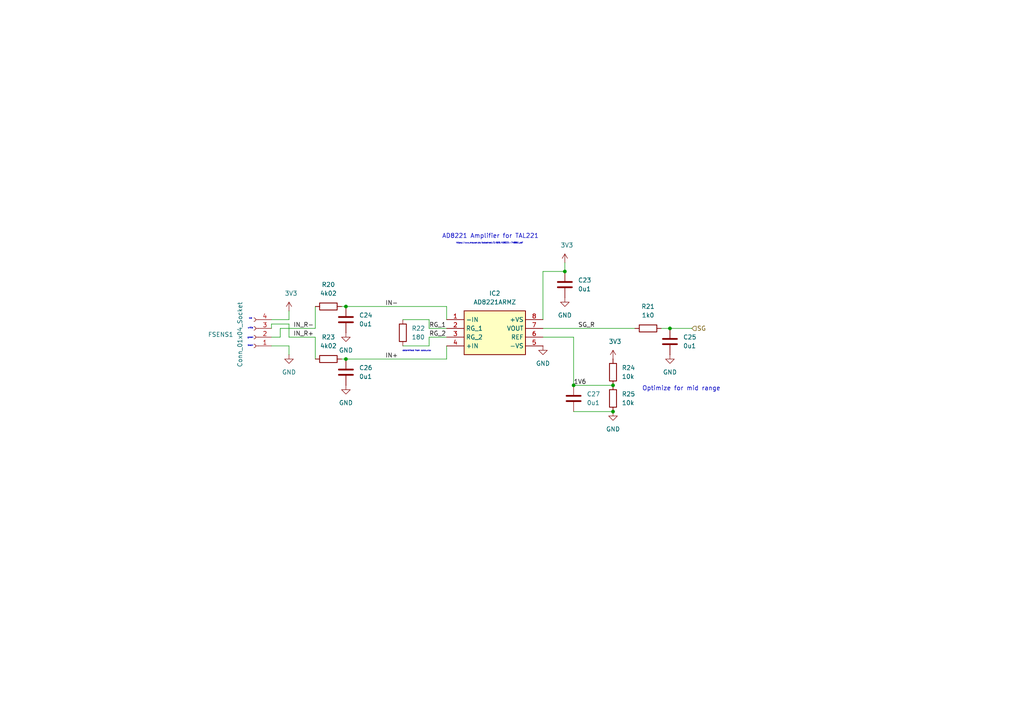
<source format=kicad_sch>
(kicad_sch (version 20250114) (generator "eeschema") (generator_version "9.0")
  (paper "A4")
  (lib_symbols
    (symbol "Connector:Conn_01x04_Socket" (pin_names (offset 1.016) (hide yes))
      (property "Reference" "J" (at 0 5.08 0))
      (property "Value" "Conn_01x04_Socket" (at 0 -7.62 0))
      (symbol "Conn_01x04_Socket_1_1"
        (polyline (pts (xy -1.27 2.54) (xy -0.508 2.54)) (stroke (width 0.1524)))
        (polyline (pts (xy -1.27 0) (xy -0.508 0)) (stroke (width 0.1524)))
        (polyline (pts (xy -1.27 -2.54) (xy -0.508 -2.54)) (stroke (width 0.1524)))
        (polyline (pts (xy -1.27 -5.08) (xy -0.508 -5.08)) (stroke (width 0.1524)))
        (arc (start 0 2.032) (mid -0.5058 2.54) (end 0 3.048) (stroke (width 0.1524)))
        (arc (start 0 -0.508) (mid -0.5058 0) (end 0 0.508) (stroke (width 0.1524)))
        (arc (start 0 -3.048) (mid -0.5058 -2.54) (end 0 -2.032) (stroke (width 0.1524)))
        (arc (start 0 -5.588) (mid -0.5058 -5.08) (end 0 -4.572) (stroke (width 0.1524)))
        (pin passive line (at -5.08 2.54 0) (length 3.81) (name "Pin_1") (number "1"))
        (pin passive line (at -5.08 0 0) (length 3.81) (name "Pin_2") (number "2"))
        (pin passive line (at -5.08 -2.54 0) (length 3.81) (name "Pin_3") (number "3"))
        (pin passive line (at -5.08 -5.08 0) (length 3.81) (name "Pin_4") (number "4"))
      )
    )
    (symbol "Device:C" (pin_numbers (hide yes)) (pin_names (offset 0.254))
      (property "Reference" "C" (at 0.635 2.54 0))
      (property "Value" "C" (at 0.635 -2.54 0))
      (symbol "C_0_1"
        (polyline (pts (xy -2.032 0.762) (xy 2.032 0.762)) (stroke (width 0.508)))
        (polyline (pts (xy -2.032 -0.762) (xy 2.032 -0.762)) (stroke (width 0.508)))
      )
      (symbol "C_1_1"
        (pin passive line (at 0 3.81 270) (length 2.794) (name "~") (number "1"))
        (pin passive line (at 0 -3.81 90) (length 2.794) (name "~") (number "2"))
      )
    )
    (symbol "Device:R" (pin_numbers (hide yes)) (pin_names (offset 0))
      (property "Reference" "R" (at 2.032 0 90))
      (property "Value" "R" (at 0 0 90))
      (symbol "R_0_1"
        (rectangle (start -1.016 -2.54) (end 1.016 2.54) (stroke (width 0.254)))
      )
      (symbol "R_1_1"
        (pin passive line (at 0 3.81 270) (length 1.27) (name "~") (number "1"))
        (pin passive line (at 0 -3.81 90) (length 1.27) (name "~") (number "2"))
      )
    )
    (symbol "SamacSys_Parts:AD8221ARMZ"
      (property "Reference" "IC" (at 24.13 7.62 0))
      (property "Value" "AD8221ARMZ" (at 24.13 5.08 0))
      (symbol "AD8221ARMZ_1_1"
        (rectangle (start 5.08 2.54) (end 22.86 -10.16) (stroke (width 0.254)) (fill (type background)))
        (pin passive line (at 0 0 0) (length 5.08) (name "-IN") (number "1"))
        (pin passive line (at 0 -2.54 0) (length 5.08) (name "RG_1") (number "2"))
        (pin passive line (at 0 -5.08 0) (length 5.08) (name "RG_2") (number "3"))
        (pin passive line (at 0 -7.62 0) (length 5.08) (name "+IN") (number "4"))
        (pin passive line (at 27.94 0 180) (length 5.08) (name "+VS") (number "8"))
        (pin passive line (at 27.94 -2.54 180) (length 5.08) (name "VOUT") (number "7"))
        (pin passive line (at 27.94 -5.08 180) (length 5.08) (name "REF") (number "6"))
        (pin passive line (at 27.94 -7.62 180) (length 5.08) (name "-VS") (number "5"))
      )
    )
    (symbol "power:GND" (power) (pin_numbers (hide yes)) (pin_names (offset 0) (hide yes))
      (property "Value" "GND" (at 0 -3.81 0))
      (symbol "GND_0_1"
        (polyline (pts (xy 0 0) (xy 0 -1.27) (xy 1.27 -1.27) (xy 0 -2.54) (xy -1.27 -1.27) (xy 0 -1.27)))
      )
      (symbol "GND_1_1"
        (pin power_in line (at 0 0 270) (length 0) (name "~") (number "1"))
      )
    )
    (symbol "power:VBUS" (power) (pin_numbers (hide yes)) (pin_names (offset 0) (hide yes))
      (property "Value" "VBUS" (at 0 3.556 0))
      (symbol "VBUS_0_1"
        (polyline (pts (xy -0.762 1.27) (xy 0 2.54)))
        (polyline (pts (xy 0 2.54) (xy 0.762 1.27)))
        (polyline (pts (xy 0 0) (xy 0 2.54)))
      )
      (symbol "VBUS_1_1"
        (pin power_in line (at 0 0 90) (length 0) (name "~") (number "1"))
      )
    )
  )
  (text "Optimize for mid range" (at 197.612 112.776 0) (effects (font (size 1.27 1.27))))
  (text "https://www.mouser.de/datasheet/2/609/AD8221-748861.pdf" (at 141.986 70.612 0) (effects (font (size 0.4 0.4))))
  (text "red\n" (at 72.644 92.456 0) (effects (font (size 0.4 0.4))))
  (text "green" (at 72.644 98.044 0) (effects (font (size 0.4 0.4))))
  (text "white" (at 72.644 95.25 0) (effects (font (size 0.4 0.4))))
  (text "AD8221 Amplifier for TAL221" (at 142.24 68.58 0) (effects (font (size 1.27 1.27))))
  (text "black" (at 72.644 100.33 0) (effects (font (size 0.4 0.4))))
  (text "determined from calcs.xlsx" (at 120.904 101.854 0) (effects (font (size 0.4 0.4))))
  (junction (at 177.8 111.76))
  (junction (at 194.31 95.25))
  (junction (at 100.33 88.9))
  (junction (at 163.83 78.74))
  (junction (at 166.37 111.76))
  (junction (at 177.8 119.38))
  (junction (at 100.33 104.14))
  (wire (pts (xy 99.06 88.9) (xy 100.33 88.9)))
  (wire (pts (xy 116.84 92.71) (xy 124.46 92.71)))
  (wire (pts (xy 81.28 95.25) (xy 91.44 95.25)))
  (wire (pts (xy 177.8 119.38) (xy 166.37 119.38)))
  (wire (pts (xy 78.74 92.71) (xy 83.82 92.71)))
  (wire (pts (xy 191.77 95.25) (xy 194.31 95.25)))
  (wire (pts (xy 194.31 95.25) (xy 200.66 95.25)))
  (wire (pts (xy 129.54 104.14) (xy 129.54 100.33)))
  (wire (pts (xy 163.83 76.2) (xy 163.83 78.74)))
  (wire (pts (xy 100.33 104.14) (xy 129.54 104.14)))
  (wire (pts (xy 129.54 97.79) (xy 124.46 97.79)))
  (wire (pts (xy 78.74 93.98) (xy 83.82 93.98)))
  (wire (pts (xy 78.74 95.25) (xy 78.74 93.98)))
  (wire (pts (xy 83.82 90.17) (xy 83.82 92.71)))
  (wire (pts (xy 100.33 88.9) (xy 129.54 88.9)))
  (wire (pts (xy 99.06 104.14) (xy 100.33 104.14)))
  (wire (pts (xy 129.54 88.9) (xy 129.54 92.71)))
  (wire (pts (xy 157.48 95.25) (xy 184.15 95.25)))
  (wire (pts (xy 166.37 111.76) (xy 177.8 111.76)))
  (wire (pts (xy 78.74 100.33) (xy 83.82 100.33)))
  (wire (pts (xy 83.82 102.87) (xy 83.82 100.33)))
  (wire (pts (xy 83.82 93.98) (xy 83.82 97.79)))
  (wire (pts (xy 91.44 88.9) (xy 91.44 95.25)))
  (wire (pts (xy 166.37 97.79) (xy 166.37 111.76)))
  (wire (pts (xy 157.48 97.79) (xy 166.37 97.79)))
  (wire (pts (xy 124.46 92.71) (xy 124.46 95.25)))
  (wire (pts (xy 91.44 97.79) (xy 91.44 104.14)))
  (wire (pts (xy 124.46 100.33) (xy 116.84 100.33)))
  (wire (pts (xy 78.74 97.79) (xy 81.28 97.79)))
  (wire (pts (xy 124.46 95.25) (xy 129.54 95.25)))
  (wire (pts (xy 157.48 78.74) (xy 157.48 92.71)))
  (wire (pts (xy 124.46 97.79) (xy 124.46 100.33)))
  (wire (pts (xy 81.28 95.25) (xy 81.28 97.79)))
  (wire (pts (xy 83.82 97.79) (xy 91.44 97.79)))
  (wire (pts (xy 163.83 78.74) (xy 157.48 78.74)))
  (label "RG_2" (at 124.46 97.79 0))
  (label "IN_R-" (at 85.09 95.25 0))
  (label "IN+" (at 111.76 104.14 0))
  (label "1V6" (at 166.37 111.76 0))
  (label "SG_R" (at 167.64 95.25 0))
  (label "RG_1" (at 124.46 95.25 0))
  (label "IN-" (at 111.76 88.9 0))
  (label "IN_R+" (at 85.09 97.79 0))
  (hierarchical_label "SG" (shape input) (at 200.66 95.25 0))
  (symbol (lib_id "Device:R") (at 187.96 95.25 90) (unit 1)
    (property "Reference" "R21" (at 187.96 88.9 90))
    (property "Value" "1k0" (at 187.96 91.44 90))
    (property "Footprint" "Resistor_SMD:R_0603_1608Metric" (effects (hide yes)))
    (property "Description" "Resistor" (effects (hide yes)))
    (property "Link" "https://www.mouser.de/ProductDetail/Vishay-Dale/CRCW06031K00FKED?qs=sGAEpiMZZMtlubZbdhIBIKbhzOdzan%2FGTch9K0lp5pQ%3D" (effects (hide yes)))
    (property "MF" "Vishay / Dale " (effects (hide yes)))
    (property "MP" "CRCW06031K00FKED " (effects (hide yes)))
    (property "MPN" "71-CRCW06031K00FKED" (effects (hide yes)))
    (property "SUPPLIER" "Mouser" (effects (hide yes)))
    (instances (project "esc" (path "" (reference "R21") (unit 1)) (path "" (reference "R39") (unit 1)) (path "" (reference "R51") (unit 1))))
  )
  (symbol (lib_id "Device:R") (at 116.84 96.52 180) (unit 1)
    (property "Reference" "R22" (at 119.38 95.2499 0) (effects (justify right)))
    (property "Value" "180" (at 119.38 97.7899 0) (effects (justify right)))
    (property "Footprint" "Resistor_SMD:R_0603_1608Metric" (effects (hide yes)))
    (property "Description" "Resistor" (effects (hide yes)))
    (property "Link" "https://www.mouser.de/ProductDetail/YAGEO/RT0603FRD07180RL?qs=k2KEx2DUIRRD8AVbi43seQ%3D%3D" (effects (hide yes)))
    (property "MF" "YAGEO " (effects (hide yes)))
    (property "MP" "RT0603FRD07180RL " (effects (hide yes)))
    (property "MPN" "603-RT0603FRD07180RL" (effects (hide yes)))
    (property "SUPPLIER" "Mouser" (effects (hide yes)))
    (instances (project "esc" (path "" (reference "R22") (unit 1)) (path "" (reference "R40") (unit 1)) (path "" (reference "R52") (unit 1))))
  )
  (symbol (lib_id "Connector:Conn_01x04_Socket") (at 73.66 97.79 180) (unit 1)
    (property "Reference" "FSENS1" (at 64.008 97.028 0))
    (property "Value" "Conn_01x04_Socket" (at 69.596 97.028 90))
    (property "Footprint" "Connector_JST:JST_XH_S4B-XH-A-1_1x04_P2.50mm_Horizontal" (effects (hide yes)))
    (property "Description" "Generic connector, single row, 01x04, script generated" (effects (hide yes)))
    (property "Link" "https://www.mouser.de/ProductDetail/JST-Commercial/S4B-XH-ALFSN?qs=sGAEpiMZZMvlX3nhDDO4AHguVQqtVxvARZdLHpgOX24%3D" (effects (hide yes)))
    (property "MF" " JST Commercial " (effects (hide yes)))
    (property "MP" "S4B-XH-A(LF)(SN) " (effects (hide yes)))
    (property "MPN" "306-S4B-XH-ALFSN " (effects (hide yes)))
    (property "SUPPLIER" "Mouser" (effects (hide yes)))
    (instances (project "esc" (path "" (reference "FSENS1") (unit 1)) (path "" (reference "FSENS2") (unit 1)) (path "" (reference "FSENS3") (unit 1))))
  )
  (symbol (lib_id "Device:C") (at 100.33 107.95 0) (unit 1)
    (property "Reference" "C26" (at 104.14 106.6799 0) (effects (justify left)))
    (property "Value" "0u1" (at 104.14 109.2199 0) (effects (justify left)))
    (property "Footprint" "Capacitor_SMD:C_0603_1608Metric" (effects (hide yes)))
    (property "Description" "Unpolarized capacitor" (effects (hide yes)))
    (property "Link" "https://www.mouser.de/ProductDetail/Samsung-Electro-Mechanics/CL10B104KB8NFNC?qs=sGAEpiMZZMvsSlwiRhF8qunkWFWGyo%252Bv1GZw38BXXfVnkeSfSD0rvg%3D%3D" (effects (hide yes)))
    (property "MF" " Samsung Electro-Mechanics " (effects (hide yes)))
    (property "MP" " CL10B104KB8NFNC " (effects (hide yes)))
    (property "MPN" "187-CL10B104KB8NFNC " (effects (hide yes)))
    (property "SUPPLIER" "Mouser" (effects (hide yes)))
    (instances (project "esc" (path "" (reference "C26") (unit 1)) (path "" (reference "C43") (unit 1)) (path "" (reference "C54") (unit 1))))
  )
  (symbol (lib_id "power:GND") (at 194.31 102.87 0) (unit 1)
    (property "Reference" "#PWR044" (effects (hide yes)))
    (property "Value" "GND" (at 194.31 107.95 0))
    (property "Description" "Power symbol creates a global label with name \"GND\" , ground" (effects (hide yes)))
    (instances (project "esc" (path "" (reference "#PWR044") (unit 1)) (path "" (reference "#PWR072") (unit 1)) (path "" (reference "#PWR091") (unit 1))))
  )
  (symbol (lib_id "power:VBUS") (at 83.82 90.17 0) (unit 1)
    (property "Reference" "#PWR040" (effects (hide yes)))
    (property "Value" "3V3" (at 82.55 85.09 0) (effects (justify left)))
    (property "Description" "Power symbol creates a global label with name \"VBUS\"" (effects (hide yes)))
    (instances (project "esc" (path "" (reference "#PWR040") (unit 1)) (path "" (reference "#PWR068") (unit 1)) (path "" (reference "#PWR087") (unit 1))))
  )
  (symbol (lib_id "Device:R") (at 95.25 104.14 90) (unit 1)
    (property "Reference" "R23" (at 95.25 97.79 90))
    (property "Value" "4k02" (at 95.25 100.33 90))
    (property "Footprint" "Resistor_SMD:R_0603_1608Metric" (effects (hide yes)))
    (property "Description" "Resistor" (effects (hide yes)))
    (property "Link" "https://www.mouser.de/ProductDetail/Susumu/RR0816P-4021-D-59H?qs=sGAEpiMZZMtlubZbdhIBIHPiT0YkkodQSUZkF2OfZb8%3D" (effects (hide yes)))
    (property "MF" "Susumu " (effects (hide yes)))
    (property "MP" "RR0816P-4021-D-59H " (effects (hide yes)))
    (property "MPN" "754-RR0816P-4021D59H " (effects (hide yes)))
    (property "SUPPLIER" "Mouser" (effects (hide yes)))
    (instances (project "esc" (path "" (reference "R23") (unit 1)) (path "" (reference "R41") (unit 1)) (path "" (reference "R53") (unit 1))))
  )
  (symbol (lib_id "Device:C") (at 163.83 82.55 0) (unit 1)
    (property "Reference" "C23" (at 167.64 81.2799 0) (effects (justify left)))
    (property "Value" "0u1" (at 167.64 83.8199 0) (effects (justify left)))
    (property "Footprint" "Capacitor_SMD:C_0603_1608Metric" (effects (hide yes)))
    (property "Description" "Unpolarized capacitor" (effects (hide yes)))
    (property "Link" "https://www.mouser.de/ProductDetail/Samsung-Electro-Mechanics/CL10B104KB8NFNC?qs=sGAEpiMZZMvsSlwiRhF8qunkWFWGyo%252Bv1GZw38BXXfVnkeSfSD0rvg%3D%3D" (effects (hide yes)))
    (property "MF" " Samsung Electro-Mechanics " (effects (hide yes)))
    (property "MP" " CL10B104KB8NFNC " (effects (hide yes)))
    (property "MPN" "187-CL10B104KB8NFNC " (effects (hide yes)))
    (property "SUPPLIER" "Mouser" (effects (hide yes)))
    (instances (project "esc" (path "" (reference "C23") (unit 1)) (path "" (reference "C40") (unit 1)) (path "" (reference "C51") (unit 1))))
  )
  (symbol (lib_id "power:GND") (at 100.33 96.52 0) (unit 1)
    (property "Reference" "#PWR041" (effects (hide yes)))
    (property "Value" "GND" (at 100.33 101.6 0))
    (property "Description" "Power symbol creates a global label with name \"GND\" , ground" (effects (hide yes)))
    (instances (project "esc" (path "" (reference "#PWR041") (unit 1)) (path "" (reference "#PWR069") (unit 1)) (path "" (reference "#PWR088") (unit 1))))
  )
  (symbol (lib_id "Device:C") (at 194.31 99.06 0) (unit 1)
    (property "Reference" "C25" (at 198.12 97.7899 0) (effects (justify left)))
    (property "Value" "0u1" (at 198.12 100.3299 0) (effects (justify left)))
    (property "Footprint" "Capacitor_SMD:C_0603_1608Metric" (effects (hide yes)))
    (property "Description" "Unpolarized capacitor" (effects (hide yes)))
    (property "Link" "https://www.mouser.de/ProductDetail/Samsung-Electro-Mechanics/CL10B104KB8NFNC?qs=sGAEpiMZZMvsSlwiRhF8qunkWFWGyo%252Bv1GZw38BXXfVnkeSfSD0rvg%3D%3D" (effects (hide yes)))
    (property "MF" " Samsung Electro-Mechanics " (effects (hide yes)))
    (property "MP" " CL10B104KB8NFNC " (effects (hide yes)))
    (property "MPN" "187-CL10B104KB8NFNC " (effects (hide yes)))
    (property "SUPPLIER" "Mouser" (effects (hide yes)))
    (instances (project "esc" (path "" (reference "C25") (unit 1)) (path "" (reference "C42") (unit 1)) (path "" (reference "C53") (unit 1))))
  )
  (symbol (lib_id "power:GND") (at 157.48 100.33 0) (unit 1)
    (property "Reference" "#PWR042" (effects (hide yes)))
    (property "Value" "GND" (at 157.48 105.41 0))
    (property "Description" "Power symbol creates a global label with name \"GND\" , ground" (effects (hide yes)))
    (instances (project "esc" (path "" (reference "#PWR042") (unit 1)) (path "" (reference "#PWR070") (unit 1)) (path "" (reference "#PWR089") (unit 1))))
  )
  (symbol (lib_id "power:GND") (at 83.82 102.87 0) (unit 1)
    (property "Reference" "#PWR043" (effects (hide yes)))
    (property "Value" "GND" (at 83.82 107.95 0))
    (property "Description" "Power symbol creates a global label with name \"GND\" , ground" (effects (hide yes)))
    (instances (project "esc" (path "" (reference "#PWR043") (unit 1)) (path "" (reference "#PWR071") (unit 1)) (path "" (reference "#PWR090") (unit 1))))
  )
  (symbol (lib_id "Device:R") (at 177.8 115.57 0) (unit 1)
    (property "Reference" "R25" (at 180.34 114.2999 0) (effects (justify left)))
    (property "Value" "10k" (at 180.34 116.8399 0) (effects (justify left)))
    (property "Footprint" "Resistor_SMD:R_0603_1608Metric" (effects (hide yes)))
    (property "Description" "Resistor" (effects (hide yes)))
    (property "SUPPLIER" "Mouser" (effects (hide yes)))
    (property "Link" "https://www.mouser.de/ProductDetail/Panasonic/ERA-1AEB103C?qs=6%252Bc%252B2ke79U4Rqou4jG9qiw%3D%3D" (effects (hide yes)))
    (property "MF" " Panasonic " (effects (hide yes)))
    (property "MP" "ERA-1AEB103C " (effects (hide yes)))
    (property "MPN" "667-ERA-1AEB103C " (effects (hide yes)))
    (instances (project "esc" (path "" (reference "R25") (unit 1)) (path "" (reference "R43") (unit 1)) (path "" (reference "R55") (unit 1))))
  )
  (symbol (lib_id "power:GND") (at 163.83 86.36 0) (unit 1)
    (property "Reference" "#PWR039" (effects (hide yes)))
    (property "Value" "GND" (at 163.83 91.44 0))
    (property "Description" "Power symbol creates a global label with name \"GND\" , ground" (effects (hide yes)))
    (instances (project "esc" (path "" (reference "#PWR039") (unit 1)) (path "" (reference "#PWR067") (unit 1)) (path "" (reference "#PWR086") (unit 1))))
  )
  (symbol (lib_id "Device:R") (at 95.25 88.9 270) (unit 1)
    (property "Reference" "R20" (at 95.25 82.55 90))
    (property "Value" "4k02" (at 95.25 85.09 90))
    (property "Footprint" "Resistor_SMD:R_0603_1608Metric" (effects (hide yes)))
    (property "Description" "Resistor" (effects (hide yes)))
    (property "Link" "https://www.mouser.de/ProductDetail/Susumu/RR0816P-4021-D-59H?qs=sGAEpiMZZMtlubZbdhIBIHPiT0YkkodQSUZkF2OfZb8%3D" (effects (hide yes)))
    (property "MF" "Susumu " (effects (hide yes)))
    (property "MP" "RR0816P-4021-D-59H " (effects (hide yes)))
    (property "MPN" "754-RR0816P-4021D59H " (effects (hide yes)))
    (property "SUPPLIER" "Mouser" (effects (hide yes)))
    (instances (project "esc" (path "" (reference "R20") (unit 1)) (path "" (reference "R38") (unit 1)) (path "" (reference "R50") (unit 1))))
  )
  (symbol (lib_id "Device:R") (at 177.8 107.95 0) (unit 1)
    (property "Reference" "R24" (at 180.34 106.6799 0) (effects (justify left)))
    (property "Value" "10k" (at 180.34 109.2199 0) (effects (justify left)))
    (property "Footprint" "Resistor_SMD:R_0603_1608Metric" (effects (hide yes)))
    (property "Description" "Resistor" (effects (hide yes)))
    (property "SUPPLIER" "Mouser" (effects (hide yes)))
    (property "Link" "https://www.mouser.de/ProductDetail/Panasonic/ERA-1AEB103C?qs=6%252Bc%252B2ke79U4Rqou4jG9qiw%3D%3D" (effects (hide yes)))
    (property "MF" " Panasonic " (effects (hide yes)))
    (property "MP" "ERA-1AEB103C " (effects (hide yes)))
    (property "MPN" "667-ERA-1AEB103C " (effects (hide yes)))
    (instances (project "esc" (path "" (reference "R24") (unit 1)) (path "" (reference "R42") (unit 1)) (path "" (reference "R54") (unit 1))))
  )
  (symbol (lib_id "SamacSys_Parts:AD8221ARMZ") (at 129.54 92.71 0) (unit 1)
    (property "Reference" "IC2" (at 143.51 85.09 0))
    (property "Value" "AD8221ARMZ" (at 143.51 87.63 0))
    (property "Footprint" "SamacSys_Parts:SOP65P490X110-8N" (effects (hide yes)))
    (property "Datasheet" "https://componentsearchengine.com/Datasheets/2/AD8221ARMZ.pdf" (effects (hide yes)))
    (property "Description" "Instrumentation Amplifiers Precision Instrumentation Amplifier" (effects (hide yes)))
    (property "Height" "1.1" (effects (hide yes)))
    (property "Manufacturer_Name" "Analog Devices" (effects (hide yes)))
    (property "Manufacturer_Part_Number" "AD8221ARMZ" (effects (hide yes)))
    (property "Mouser Part Number" "584-AD8221ARMZ" (effects (hide yes)))
    (property "Mouser Price/Stock" "https://www.mouser.co.uk/ProductDetail/Analog-Devices/AD8221ARMZ?qs=%2FtpEQrCGXCxTYonUPIPyhA%3D%3D" (effects (hide yes)))
    (property "Arrow Part Number" "AD8221ARMZ" (effects (hide yes)))
    (property "Arrow Price/Stock" "https://www.arrow.com/en/products/ad8221armz/analog-devices?utm_currency=USD&region=europe" (effects (hide yes)))
    (property "Link" "https://www.mouser.de/ProductDetail/Analog-Devices/AD8221ARMZ?qs=%2FtpEQrCGXCxTYonUPIPyhA%3D%3D" (effects (hide yes)))
    (property "MF" " Analog Devices " (effects (hide yes)))
    (property "MP" "AD8221ARMZ " (effects (hide yes)))
    (property "MPN" "584-AD8221ARMZ " (effects (hide yes)))
    (instances (project "" (path "" (reference "IC2") (unit 1)) (path "" (reference "IC7") (unit 1)) (path "" (reference "IC10") (unit 1))))
  )
  (symbol (lib_id "Device:C") (at 166.37 115.57 0) (unit 1)
    (property "Reference" "C27" (at 170.18 114.2999 0) (effects (justify left)))
    (property "Value" "0u1" (at 170.18 116.8399 0) (effects (justify left)))
    (property "Footprint" "Capacitor_SMD:C_0603_1608Metric" (effects (hide yes)))
    (property "Description" "Unpolarized capacitor" (effects (hide yes)))
    (property "Link" "https://www.mouser.de/ProductDetail/Samsung-Electro-Mechanics/CL10B104KB8NFNC?qs=sGAEpiMZZMvsSlwiRhF8qunkWFWGyo%252Bv1GZw38BXXfVnkeSfSD0rvg%3D%3D" (effects (hide yes)))
    (property "MF" " Samsung Electro-Mechanics " (effects (hide yes)))
    (property "MP" " CL10B104KB8NFNC " (effects (hide yes)))
    (property "MPN" "187-CL10B104KB8NFNC " (effects (hide yes)))
    (property "SUPPLIER" "Mouser" (effects (hide yes)))
    (instances (project "esc" (path "" (reference "C27") (unit 1)) (path "" (reference "C44") (unit 1)) (path "" (reference "C55") (unit 1))))
  )
  (symbol (lib_id "power:VBUS") (at 163.83 76.2 0) (unit 1)
    (property "Reference" "#PWR038" (effects (hide yes)))
    (property "Value" "3V3" (at 162.56 71.12 0) (effects (justify left)))
    (property "Description" "Power symbol creates a global label with name \"VBUS\"" (effects (hide yes)))
    (instances (project "esc" (path "" (reference "#PWR038") (unit 1)) (path "" (reference "#PWR066") (unit 1)) (path "" (reference "#PWR085") (unit 1))))
  )
  (symbol (lib_id "power:GND") (at 100.33 111.76 0) (unit 1)
    (property "Reference" "#PWR046" (effects (hide yes)))
    (property "Value" "GND" (at 100.33 116.84 0))
    (property "Description" "Power symbol creates a global label with name \"GND\" , ground" (effects (hide yes)))
    (instances (project "esc" (path "" (reference "#PWR046") (unit 1)) (path "" (reference "#PWR074") (unit 1)) (path "" (reference "#PWR093") (unit 1))))
  )
  (symbol (lib_id "Device:C") (at 100.33 92.71 0) (unit 1)
    (property "Reference" "C24" (at 104.14 91.4399 0) (effects (justify left)))
    (property "Value" "0u1" (at 104.14 93.9799 0) (effects (justify left)))
    (property "Footprint" "Capacitor_SMD:C_0603_1608Metric" (effects (hide yes)))
    (property "Description" "Unpolarized capacitor" (effects (hide yes)))
    (property "Link" "https://www.mouser.de/ProductDetail/Samsung-Electro-Mechanics/CL10B104KB8NFNC?qs=sGAEpiMZZMvsSlwiRhF8qunkWFWGyo%252Bv1GZw38BXXfVnkeSfSD0rvg%3D%3D" (effects (hide yes)))
    (property "MF" " Samsung Electro-Mechanics " (effects (hide yes)))
    (property "MP" " CL10B104KB8NFNC " (effects (hide yes)))
    (property "MPN" "187-CL10B104KB8NFNC " (effects (hide yes)))
    (property "SUPPLIER" "Mouser" (effects (hide yes)))
    (instances (project "esc" (path "" (reference "C24") (unit 1)) (path "" (reference "C41") (unit 1)) (path "" (reference "C52") (unit 1))))
  )
  (symbol (lib_id "power:VBUS") (at 177.8 104.14 0) (unit 1)
    (property "Reference" "#PWR045" (effects (hide yes)))
    (property "Value" "3V3" (at 176.53 99.06 0) (effects (justify left)))
    (property "Description" "Power symbol creates a global label with name \"VBUS\"" (effects (hide yes)))
    (instances (project "esc" (path "" (reference "#PWR045") (unit 1)) (path "" (reference "#PWR073") (unit 1)) (path "" (reference "#PWR092") (unit 1))))
  )
  (symbol (lib_id "power:GND") (at 177.8 119.38 0) (unit 1)
    (property "Reference" "#PWR047" (effects (hide yes)))
    (property "Value" "GND" (at 177.8 124.46 0))
    (property "Description" "Power symbol creates a global label with name \"GND\" , ground" (effects (hide yes)))
    (instances (project "esc" (path "" (reference "#PWR047") (unit 1)) (path "" (reference "#PWR075") (unit 1)) (path "" (reference "#PWR094") (unit 1))))
  )
)
</source>
